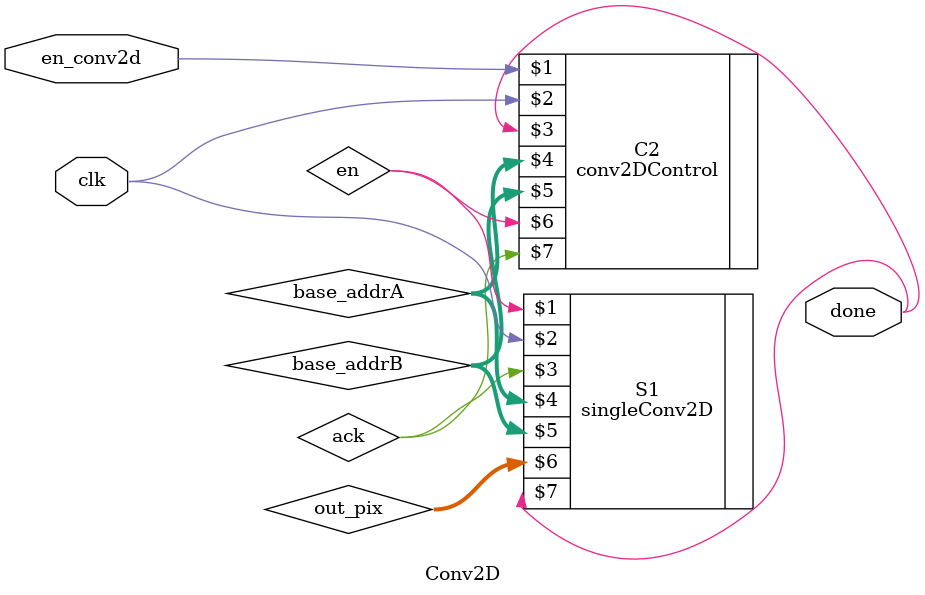
<source format=v>
`timescale 1ns / 1ps
module Conv2D(clk, en_conv2d, done);
	input clk, en_conv2d;
	output done;
	wire [3:0]base_addrA;
	wire [12:0]base_addrB;
	wire [31:0]out_pix;
	conv2DControl C2(en_conv2d, clk, done, base_addrA, base_addrB, en, ack);	
	singleConv2D S1(en, clk, ack, base_addrA, base_addrB, out_pix, done);
endmodule

</source>
